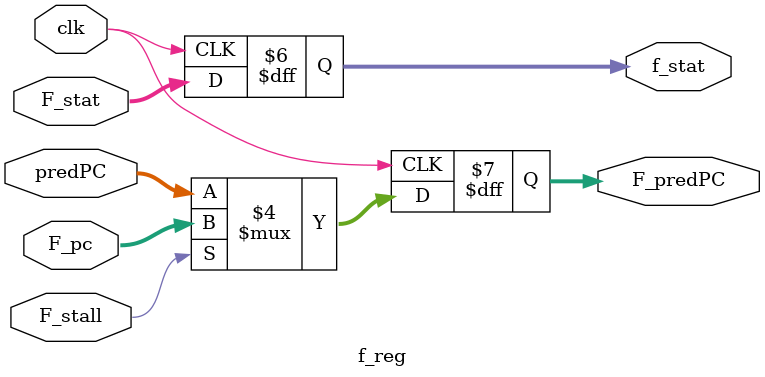
<source format=v>
module f_reg(clk,F_stall,F_pc, predPC, F_predPC,F_stat,f_stat);

input clk,F_stall;
input [63:0] predPC ,F_pc;
input [3:0] F_stat;

output reg [3:0] f_stat;
output reg [63:0] F_predPC;


always @(posedge clk)
    begin
        f_stat <= F_stat;
        if(!F_stall)
        begin
            F_predPC <= predPC;
        end
        else
        begin
            F_predPC <= F_pc;
        end
    end
endmodule
</source>
